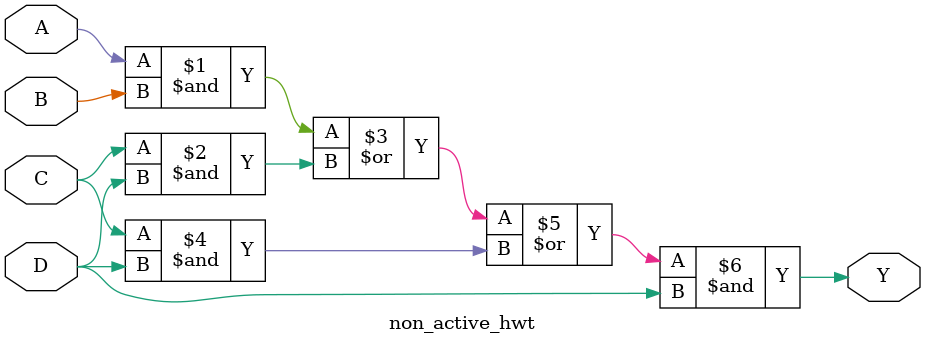
<source format=v>
/*
 * Generated by Digital. Don't modify this file!
 * Any changes will be lost if this file is regenerated.
 */

module non_active_hwt (
  A,
  B,
  C,
  D,
  Y
);

  input A;
  input B;
  input C;
  input D;
  output Y;

  assign Y = ((((A & B) | (C & D)) | (C & D)) & D);
endmodule

</source>
